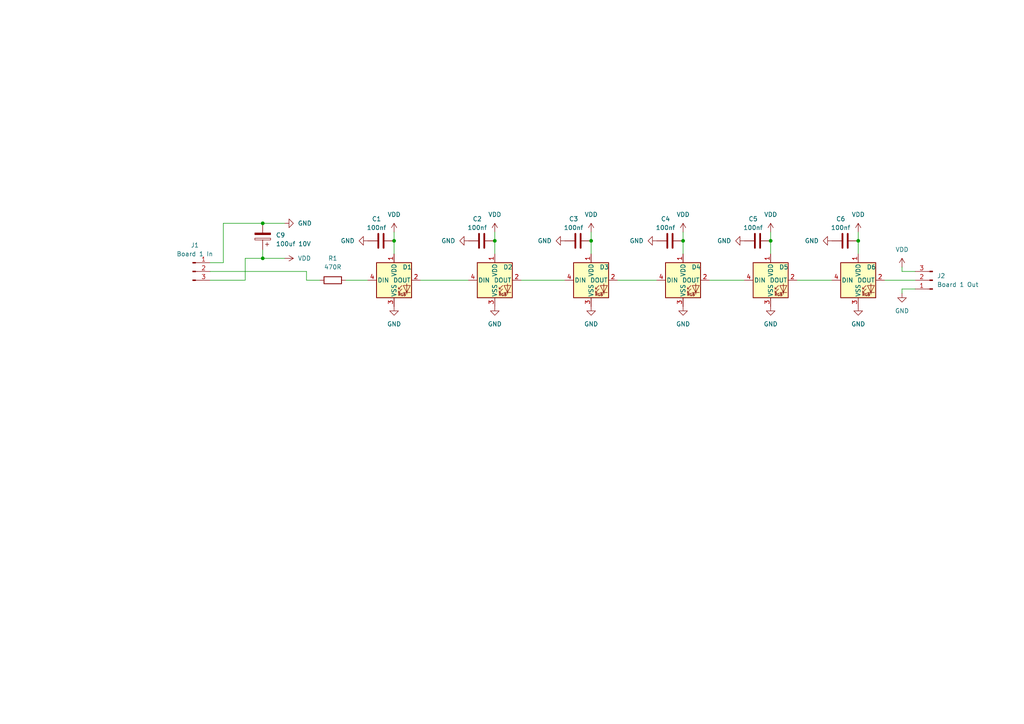
<source format=kicad_sch>
(kicad_sch (version 20230121) (generator eeschema)
  (paper "A4")
  (title_block (title "RGB Pickup Lighting Mounting Board") (date "2024-09-06") (rev "1"))
  (lib_symbols
    (symbol "Connector:Conn_01x03_Pin" (pin_names (offset 1.016) hide)
      (property "Reference" "J" (at 0 5.08 0))
      (property "Value" "Conn_01x03_Pin" (at 0 -5.08 0))
      (symbol "Conn_01x03_Pin_1_1"
        (polyline (pts (xy 1.27 -2.54) (xy 0.8636 -2.54)) (stroke (width 0.1524)))
        (polyline (pts (xy 1.27 0) (xy 0.8636 0)) (stroke (width 0.1524)))
        (polyline (pts (xy 1.27 2.54) (xy 0.8636 2.54)) (stroke (width 0.1524)))
        (rectangle (start 0.8636 -2.413) (end 0 -2.667) (stroke (width 0.1524)) (fill (type outline)))
        (rectangle (start 0.8636 0.127) (end 0 -0.127) (stroke (width 0.1524)) (fill (type outline)))
        (rectangle (start 0.8636 2.667) (end 0 2.413) (stroke (width 0.1524)) (fill (type outline)))
        (pin passive line (at 5.08 2.54 180) (length 3.81) (name "Pin_1") (number "1"))
        (pin passive line (at 5.08 0 180) (length 3.81) (name "Pin_2") (number "2"))
        (pin passive line (at 5.08 -2.54 180) (length 3.81) (name "Pin_3") (number "3"))
      )
    )
    (symbol "Device:C" (pin_numbers hide) (pin_names (offset 0.254))
      (property "Reference" "C" (at 0.635 2.54 0))
      (property "Value" "C" (at 0.635 -2.54 0))
      (symbol "C_0_1"
        (polyline (pts (xy -2.032 -0.762) (xy 2.032 -0.762)) (stroke (width 0.508)))
        (polyline (pts (xy -2.032 0.762) (xy 2.032 0.762)) (stroke (width 0.508)))
      )
      (symbol "C_1_1"
        (pin passive line (at 0 3.81 270) (length 2.794) (name "~") (number "1"))
        (pin passive line (at 0 -3.81 90) (length 2.794) (name "~") (number "2"))
      )
    )
    (symbol "Device:C_Polarized" (pin_numbers hide) (pin_names (offset 0.254))
      (property "Reference" "C" (at 0.635 2.54 0))
      (property "Value" "C_Polarized" (at 0.635 -2.54 0))
      (symbol "C_Polarized_0_1"
        (rectangle (start -2.286 0.508) (end 2.286 1.016))
        (polyline (pts (xy -1.778 2.286) (xy -0.762 2.286)))
        (polyline (pts (xy -1.27 2.794) (xy -1.27 1.778)))
        (rectangle (start 2.286 -0.508) (end -2.286 -1.016) (fill (type outline)))
      )
      (symbol "C_Polarized_1_1"
        (pin passive line (at 0 3.81 270) (length 2.794) (name "~") (number "1"))
        (pin passive line (at 0 -3.81 90) (length 2.794) (name "~") (number "2"))
      )
    )
    (symbol "Device:R" (pin_numbers hide) (pin_names (offset 0))
      (property "Reference" "R" (at 2.032 0 90))
      (property "Value" "R" (at 0 0 90))
      (symbol "R_0_1"
        (rectangle (start -1.016 -2.54) (end 1.016 2.54) (stroke (width 0.254)))
      )
      (symbol "R_1_1"
        (pin passive line (at 0 3.81 270) (length 1.27) (name "~") (number "1"))
        (pin passive line (at 0 -3.81 90) (length 1.27) (name "~") (number "2"))
      )
    )
    (symbol "LED:WS2812B" (pin_names (offset 0.254))
      (property "Reference" "D" (at 5.08 5.715 0))
      (property "Value" "WS2812B" (at 1.27 -5.715 0))
      (symbol "WS2812B_0_0"
        (text "RGB" (at 2.286 -4.191 0) (effects (font (size 0.762 0.762))))
      )
      (symbol "WS2812B_0_1"
        (polyline (pts (xy 1.27 -3.556) (xy 1.778 -3.556)))
        (polyline (pts (xy 1.27 -2.54) (xy 1.778 -2.54)))
        (polyline (pts (xy 4.699 -3.556) (xy 2.667 -3.556)))
        (polyline (pts (xy 2.286 -2.54) (xy 1.27 -3.556) (xy 1.27 -3.048)))
        (polyline (pts (xy 2.286 -1.524) (xy 1.27 -2.54) (xy 1.27 -2.032)))
        (polyline (pts (xy 3.683 -1.016) (xy 3.683 -3.556) (xy 3.683 -4.064)))
        (polyline (pts (xy 4.699 -1.524) (xy 2.667 -1.524) (xy 3.683 -3.556) (xy 4.699 -1.524)))
        (rectangle (start 5.08 5.08) (end -5.08 -5.08) (stroke (width 0.254)) (fill (type background)))
      )
      (symbol "WS2812B_1_1"
        (pin power_in line (at 0 7.62 270) (length 2.54) (name "VDD") (number "1"))
        (pin output line (at 7.62 0 180) (length 2.54) (name "DOUT") (number "2"))
        (pin power_in line (at 0 -7.62 90) (length 2.54) (name "VSS") (number "3"))
        (pin input line (at -7.62 0 0) (length 2.54) (name "DIN") (number "4"))
      )
    )
    (symbol "power:GND" (power) (pin_names (offset 0))
      (property "Value" "GND" (at 0 -3.81 0))
      (symbol "GND_0_1"
        (polyline (pts (xy 0 0) (xy 0 -1.27) (xy 1.27 -1.27) (xy 0 -2.54) (xy -1.27 -1.27) (xy 0 -1.27)))
      )
      (symbol "GND_1_1"
        (pin power_in line (at 0 0 270) (length 0) hide (name "GND") (number "1"))
      )
    )
    (symbol "power:VDD" (power) (pin_names (offset 0))
      (property "Value" "VDD" (at 0 3.81 0))
      (symbol "VDD_0_1"
        (polyline (pts (xy -0.762 1.27) (xy 0 2.54)))
        (polyline (pts (xy 0 0) (xy 0 2.54)))
        (polyline (pts (xy 0 2.54) (xy 0.762 1.27)))
      )
      (symbol "VDD_1_1"
        (pin power_in line (at 0 0 90) (length 0) hide (name "VDD") (number "1"))
      )
    )
  )
  (junction (at 76.2 64.77))
  (junction (at 223.52 69.85))
  (junction (at 114.3 69.85))
  (junction (at 248.92 69.85))
  (junction (at 76.2 74.93))
  (junction (at 171.45 69.85))
  (junction (at 198.12 69.85))
  (junction (at 143.51 69.85))
  (wire (pts (xy 100.33 81.28) (xy 106.68 81.28)))
  (wire (pts (xy 114.3 67.31) (xy 114.3 69.85)))
  (wire (pts (xy 223.52 69.85) (xy 223.52 73.66)))
  (wire (pts (xy 198.12 69.85) (xy 198.12 73.66)))
  (wire (pts (xy 198.12 67.31) (xy 198.12 69.85)))
  (wire (pts (xy 60.96 81.28) (xy 71.12 81.28)))
  (wire (pts (xy 143.51 67.31) (xy 143.51 69.85)))
  (wire (pts (xy 114.3 69.85) (xy 114.3 73.66)))
  (wire (pts (xy 88.9 81.28) (xy 92.71 81.28)))
  (wire (pts (xy 256.54 81.28) (xy 265.43 81.28)))
  (wire (pts (xy 261.62 78.74) (xy 265.43 78.74)))
  (wire (pts (xy 171.45 67.31) (xy 171.45 69.85)))
  (wire (pts (xy 231.14 81.28) (xy 241.3 81.28)))
  (wire (pts (xy 76.2 72.39) (xy 76.2 74.93)))
  (wire (pts (xy 71.12 74.93) (xy 76.2 74.93)))
  (wire (pts (xy 71.12 81.28) (xy 71.12 74.93)))
  (wire (pts (xy 60.96 76.2) (xy 64.77 76.2)))
  (wire (pts (xy 223.52 67.31) (xy 223.52 69.85)))
  (wire (pts (xy 143.51 69.85) (xy 143.51 73.66)))
  (wire (pts (xy 64.77 64.77) (xy 76.2 64.77)))
  (wire (pts (xy 64.77 76.2) (xy 64.77 64.77)))
  (wire (pts (xy 76.2 64.77) (xy 82.55 64.77)))
  (wire (pts (xy 121.92 81.28) (xy 135.89 81.28)))
  (wire (pts (xy 261.62 83.82) (xy 265.43 83.82)))
  (wire (pts (xy 261.62 85.09) (xy 261.62 83.82)))
  (wire (pts (xy 88.9 78.74) (xy 88.9 81.28)))
  (wire (pts (xy 261.62 77.47) (xy 261.62 78.74)))
  (wire (pts (xy 248.92 69.85) (xy 248.92 73.66)))
  (wire (pts (xy 205.74 81.28) (xy 215.9 81.28)))
  (wire (pts (xy 171.45 69.85) (xy 171.45 73.66)))
  (wire (pts (xy 76.2 74.93) (xy 82.55 74.93)))
  (wire (pts (xy 60.96 78.74) (xy 88.9 78.74)))
  (wire (pts (xy 248.92 67.31) (xy 248.92 69.85)))
  (wire (pts (xy 151.13 81.28) (xy 163.83 81.28)))
  (wire (pts (xy 179.07 81.28) (xy 190.5 81.28)))
  (symbol (lib_id "LED:WS2812B") (at 114.3 81.28 0) (unit 1)
    (property "Reference" "D1" (at 118.11 77.47 0))
    (property "Value" "WS2812B" (effects hide))
    (property "Footprint" "LED_SMD:LED_WS2812B_PLCC4_5.0x5.0mm_P3.2mm" (effects hide))
    (property "Datasheet" "https://cdn-shop.adafruit.com/datasheets/WS2812B.pdf" (effects hide))
  )
  (symbol (lib_id "LED:WS2812B") (at 198.12 81.28 0) (unit 1)
    (property "Reference" "D4" (at 201.93 77.47 0))
    (property "Value" "WS2812B" (effects hide))
    (property "Footprint" "LED_SMD:LED_WS2812B_PLCC4_5.0x5.0mm_P3.2mm" (effects hide))
    (property "Datasheet" "https://cdn-shop.adafruit.com/datasheets/WS2812B.pdf" (effects hide))
  )
  (symbol (lib_id "Connector:Conn_01x03_Pin") (at 270.51 81.28 180) (unit 1)
    (property "Reference" "J2" (at 271.78 80.01 0) (effects (justify right)))
    (property "Value" "Board 1 Out" (at 271.78 82.55 0) (effects (justify right)))
    (property "Footprint" "Connector_JST:JST_GH_BM03B-GHS-TBT_1x03-1MP_P1.25mm_Vertical" (effects hide))
  )
  (symbol (lib_id "power:VDD") (at 248.92 67.31 0) (unit 1)
    (property "Reference" "#PWR014" (effects hide))
    (property "Value" "VDD" (at 248.92 62.23 0))
  )
  (symbol (lib_id "power:GND") (at 198.12 88.9 0) (unit 1)
    (property "Reference" "#PWR05" (effects hide))
    (property "Value" "GND" (at 198.12 93.98 0))
  )
  (symbol (lib_id "power:GND") (at 261.62 85.09 0) (unit 1)
    (property "Reference" "#PWR027" (effects hide))
    (property "Value" "GND" (at 261.62 90.17 0))
  )
  (symbol (lib_id "power:GND") (at 223.52 88.9 0) (unit 1)
    (property "Reference" "#PWR015" (effects hide))
    (property "Value" "GND" (at 223.52 93.98 0))
  )
  (symbol (lib_id "Device:C") (at 110.49 69.85 90) (unit 1)
    (property "Reference" "C1" (at 109.22 63.5 90))
    (property "Value" "100nf" (at 109.22 66.04 90))
    (property "Footprint" "Capacitor_SMD:C_1206_3216Metric" (effects hide))
  )
  (symbol (lib_id "power:GND") (at 82.55 64.77 90) (unit 1)
    (property "Reference" "#PWR024" (effects hide))
    (property "Value" "GND" (at 86.36 64.77 90) (effects (justify right)))
  )
  (symbol (lib_id "power:GND") (at 190.5 69.85 270) (unit 1)
    (property "Reference" "#PWR011" (effects hide))
    (property "Value" "GND" (at 186.69 69.85 90) (effects (justify right)))
  )
  (symbol (lib_id "power:GND") (at 143.51 88.9 0) (unit 1)
    (property "Reference" "#PWR03" (effects hide))
    (property "Value" "GND" (at 143.51 93.98 0))
  )
  (symbol (lib_id "power:GND") (at 106.68 69.85 270) (unit 1)
    (property "Reference" "#PWR01" (effects hide))
    (property "Value" "GND" (at 102.87 69.85 90) (effects (justify right)))
  )
  (symbol (lib_id "power:VDD") (at 114.3 67.31 0) (unit 1)
    (property "Reference" "#PWR06" (effects hide))
    (property "Value" "VDD" (at 114.3 62.23 0))
  )
  (symbol (lib_id "power:GND") (at 241.3 69.85 270) (unit 1)
    (property "Reference" "#PWR018" (effects hide))
    (property "Value" "GND" (at 237.49 69.85 90) (effects (justify right)))
  )
  (symbol (lib_id "Device:C") (at 139.7 69.85 90) (unit 1)
    (property "Reference" "C2" (at 138.43 63.5 90))
    (property "Value" "100nf" (at 138.43 66.04 90))
    (property "Footprint" "Capacitor_SMD:C_1206_3216Metric" (effects hide))
  )
  (symbol (lib_id "power:GND") (at 114.3 88.9 0) (unit 1)
    (property "Reference" "#PWR02" (effects hide))
    (property "Value" "GND" (at 114.3 93.98 0))
  )
  (symbol (lib_id "LED:WS2812B") (at 143.51 81.28 0) (unit 1)
    (property "Reference" "D2" (at 147.32 77.47 0))
    (property "Value" "WS2812B" (effects hide))
    (property "Footprint" "LED_SMD:LED_WS2812B_PLCC4_5.0x5.0mm_P3.2mm" (effects hide))
    (property "Datasheet" "https://cdn-shop.adafruit.com/datasheets/WS2812B.pdf" (effects hide))
  )
  (symbol (lib_id "Connector:Conn_01x03_Pin") (at 55.88 78.74 0) (unit 1)
    (property "Reference" "J1" (at 56.515 71.12 0))
    (property "Value" "Board 1 In" (at 56.515 73.66 0))
    (property "Footprint" "Connector_JST:JST_GH_BM03B-GHS-TBT_1x03-1MP_P1.25mm_Vertical" (effects hide))
  )
  (symbol (lib_id "power:VDD") (at 261.62 77.47 0) (unit 1)
    (property "Reference" "#PWR028" (effects hide))
    (property "Value" "VDD" (at 261.62 72.39 0))
  )
  (symbol (lib_id "power:GND") (at 171.45 88.9 0) (unit 1)
    (property "Reference" "#PWR04" (effects hide))
    (property "Value" "GND" (at 171.45 93.98 0))
  )
  (symbol (lib_id "LED:WS2812B") (at 171.45 81.28 0) (unit 1)
    (property "Reference" "D3" (at 175.26 77.47 0))
    (property "Value" "WS2812B" (effects hide))
    (property "Footprint" "LED_SMD:LED_WS2812B_PLCC4_5.0x5.0mm_P3.2mm" (effects hide))
    (property "Datasheet" "https://cdn-shop.adafruit.com/datasheets/WS2812B.pdf" (effects hide))
  )
  (symbol (lib_id "Device:C") (at 245.11 69.85 90) (unit 1)
    (property "Reference" "C6" (at 243.84 63.5 90))
    (property "Value" "100nf" (at 243.84 66.04 90))
    (property "Footprint" "Capacitor_SMD:C_1206_3216Metric" (effects hide))
  )
  (symbol (lib_id "power:VDD") (at 171.45 67.31 0) (unit 1)
    (property "Reference" "#PWR010" (effects hide))
    (property "Value" "VDD" (at 171.45 62.23 0))
  )
  (symbol (lib_id "Device:C_Polarized") (at 76.2 68.58 180) (unit 1)
    (property "Reference" "C9" (at 80.01 68.199 0) (effects (justify right)))
    (property "Value" "100uf 10V" (at 80.01 70.739 0) (effects (justify right)))
    (property "Footprint" "Capacitor_SMD:CP_Elec_5x5.4" (effects hide))
  )
  (symbol (lib_id "Device:C") (at 194.31 69.85 90) (unit 1)
    (property "Reference" "C4" (at 193.04 63.5 90))
    (property "Value" "100nf" (at 193.04 66.04 90))
    (property "Footprint" "Capacitor_SMD:C_1206_3216Metric" (effects hide))
  )
  (symbol (lib_id "Device:C") (at 219.71 69.85 90) (unit 1)
    (property "Reference" "C5" (at 218.44 63.5 90))
    (property "Value" "100nf" (at 218.44 66.04 90))
    (property "Footprint" "Capacitor_SMD:C_1206_3216Metric" (effects hide))
  )
  (symbol (lib_id "power:VDD") (at 82.55 74.93 270) (unit 1)
    (property "Reference" "#PWR026" (effects hide))
    (property "Value" "VDD" (at 86.36 74.93 90) (effects (justify left)))
  )
  (symbol (lib_id "power:GND") (at 135.89 69.85 270) (unit 1)
    (property "Reference" "#PWR07" (effects hide))
    (property "Value" "GND" (at 132.08 69.85 90) (effects (justify right)))
  )
  (symbol (lib_id "power:GND") (at 163.83 69.85 270) (unit 1)
    (property "Reference" "#PWR09" (effects hide))
    (property "Value" "GND" (at 160.02 69.85 90) (effects (justify right)))
  )
  (symbol (lib_id "LED:WS2812B") (at 223.52 81.28 0) (unit 1)
    (property "Reference" "D5" (at 227.33 77.47 0))
    (property "Value" "WS2812B" (effects hide))
    (property "Footprint" "LED_SMD:LED_WS2812B_PLCC4_5.0x5.0mm_P3.2mm" (effects hide))
    (property "Datasheet" "https://cdn-shop.adafruit.com/datasheets/WS2812B.pdf" (effects hide))
  )
  (symbol (lib_id "power:VDD") (at 223.52 67.31 0) (unit 1)
    (property "Reference" "#PWR013" (effects hide))
    (property "Value" "VDD" (at 223.52 62.23 0))
  )
  (symbol (lib_id "power:GND") (at 215.9 69.85 270) (unit 1)
    (property "Reference" "#PWR017" (effects hide))
    (property "Value" "GND" (at 212.09 69.85 90) (effects (justify right)))
  )
  (symbol (lib_id "power:VDD") (at 198.12 67.31 0) (unit 1)
    (property "Reference" "#PWR012" (effects hide))
    (property "Value" "VDD" (at 198.12 62.23 0))
  )
  (symbol (lib_id "Device:C") (at 167.64 69.85 90) (unit 1)
    (property "Reference" "C3" (at 166.37 63.5 90))
    (property "Value" "100nf" (at 166.37 66.04 90))
    (property "Footprint" "Capacitor_SMD:C_1206_3216Metric" (effects hide))
  )
  (symbol (lib_id "power:VDD") (at 143.51 67.31 0) (unit 1)
    (property "Reference" "#PWR08" (effects hide))
    (property "Value" "VDD" (at 143.51 62.23 0))
  )
  (symbol (lib_id "power:GND") (at 248.92 88.9 0) (unit 1)
    (property "Reference" "#PWR016" (effects hide))
    (property "Value" "GND" (at 248.92 93.98 0))
  )
  (symbol (lib_id "LED:WS2812B") (at 248.92 81.28 0) (unit 1)
    (property "Reference" "D6" (at 252.73 77.47 0))
    (property "Value" "WS2812B" (effects hide))
    (property "Footprint" "LED_SMD:LED_WS2812B_PLCC4_5.0x5.0mm_P3.2mm" (effects hide))
    (property "Datasheet" "https://cdn-shop.adafruit.com/datasheets/WS2812B.pdf" (effects hide))
  )
  (symbol (lib_id "Device:R") (at 96.52 81.28 90) (unit 1)
    (property "Reference" "R1" (at 96.52 74.93 90))
    (property "Value" "470R" (at 96.52 77.47 90))
    (property "Footprint" "Resistor_SMD:R_1206_3216Metric" (effects hide))
  )
)
</source>
